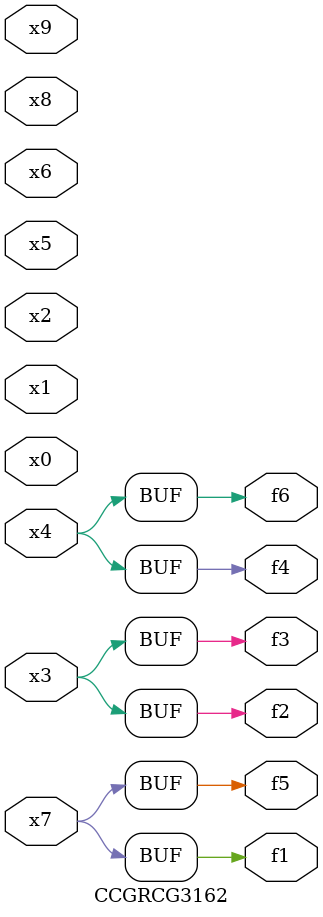
<source format=v>
module CCGRCG3162(
	input x0, x1, x2, x3, x4, x5, x6, x7, x8, x9,
	output f1, f2, f3, f4, f5, f6
);
	assign f1 = x7;
	assign f2 = x3;
	assign f3 = x3;
	assign f4 = x4;
	assign f5 = x7;
	assign f6 = x4;
endmodule

</source>
